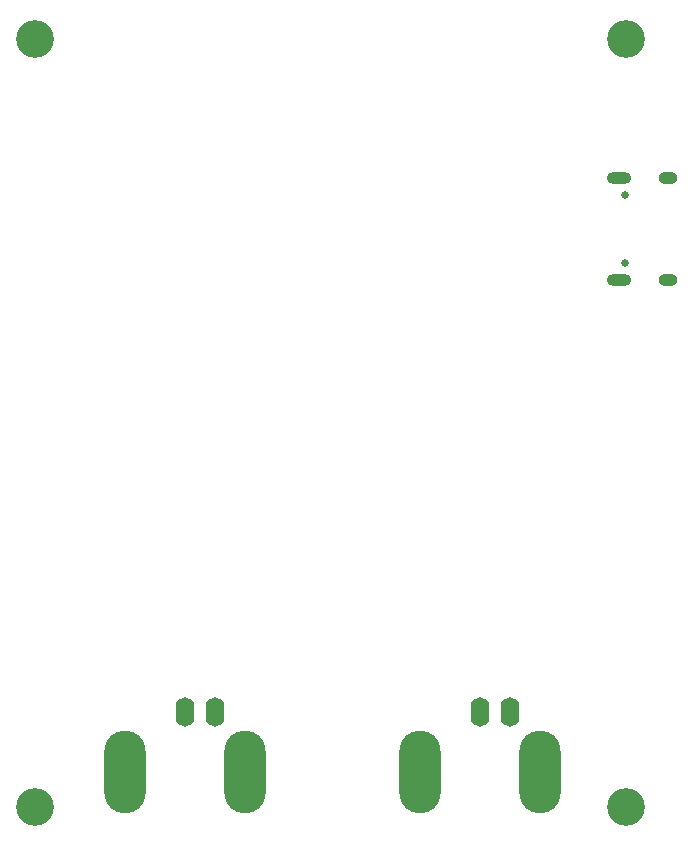
<source format=gbs>
%TF.GenerationSoftware,KiCad,Pcbnew,8.0.4+dfsg-1*%
%TF.CreationDate,2024-08-03T22:50:01-04:00*%
%TF.ProjectId,Mixed-Signal_Demo_PCB,4d697865-642d-4536-9967-6e616c5f4465,rev?*%
%TF.SameCoordinates,Original*%
%TF.FileFunction,Soldermask,Bot*%
%TF.FilePolarity,Negative*%
%FSLAX46Y46*%
G04 Gerber Fmt 4.6, Leading zero omitted, Abs format (unit mm)*
G04 Created by KiCad (PCBNEW 8.0.4+dfsg-1) date 2024-08-03 22:50:01*
%MOMM*%
%LPD*%
G01*
G04 APERTURE LIST*
%ADD10C,3.200000*%
%ADD11C,0.650000*%
%ADD12O,2.100000X1.000000*%
%ADD13O,1.600000X1.000000*%
%ADD14O,1.600000X2.500000*%
%ADD15O,3.500000X7.000000*%
G04 APERTURE END LIST*
D10*
%TO.C,H103*%
X140964466Y-64464466D03*
%TD*%
D11*
%TO.C,J301*%
X140899466Y-83444466D03*
X140899466Y-77664466D03*
D12*
X140369466Y-84874466D03*
D13*
X144549466Y-84874466D03*
D12*
X140369466Y-76234466D03*
D13*
X144549466Y-76234466D03*
%TD*%
D10*
%TO.C,H102*%
X140964466Y-129464466D03*
%TD*%
D14*
%TO.C,J401*%
X103639466Y-121384466D03*
D15*
X108719466Y-126464466D03*
D14*
X106179466Y-121384466D03*
D15*
X98559466Y-126464466D03*
%TD*%
D10*
%TO.C,H104*%
X90964466Y-64464466D03*
%TD*%
D14*
%TO.C,J501*%
X128639466Y-121384466D03*
D15*
X133719466Y-126464466D03*
D14*
X131179466Y-121384466D03*
D15*
X123559466Y-126464466D03*
%TD*%
D10*
%TO.C,H101*%
X90964466Y-129464466D03*
%TD*%
M02*

</source>
